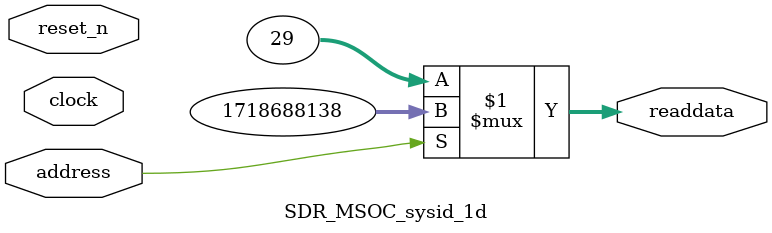
<source format=v>



// synthesis translate_off
`timescale 1ns / 1ps
// synthesis translate_on

// turn off superfluous verilog processor warnings 
// altera message_level Level1 
// altera message_off 10034 10035 10036 10037 10230 10240 10030 

module SDR_MSOC_sysid_1d (
               // inputs:
                address,
                clock,
                reset_n,

               // outputs:
                readdata
             )
;

  output  [ 31: 0] readdata;
  input            address;
  input            clock;
  input            reset_n;

  wire    [ 31: 0] readdata;
  //control_slave, which is an e_avalon_slave
  assign readdata = address ? 1718688138 : 29;

endmodule



</source>
